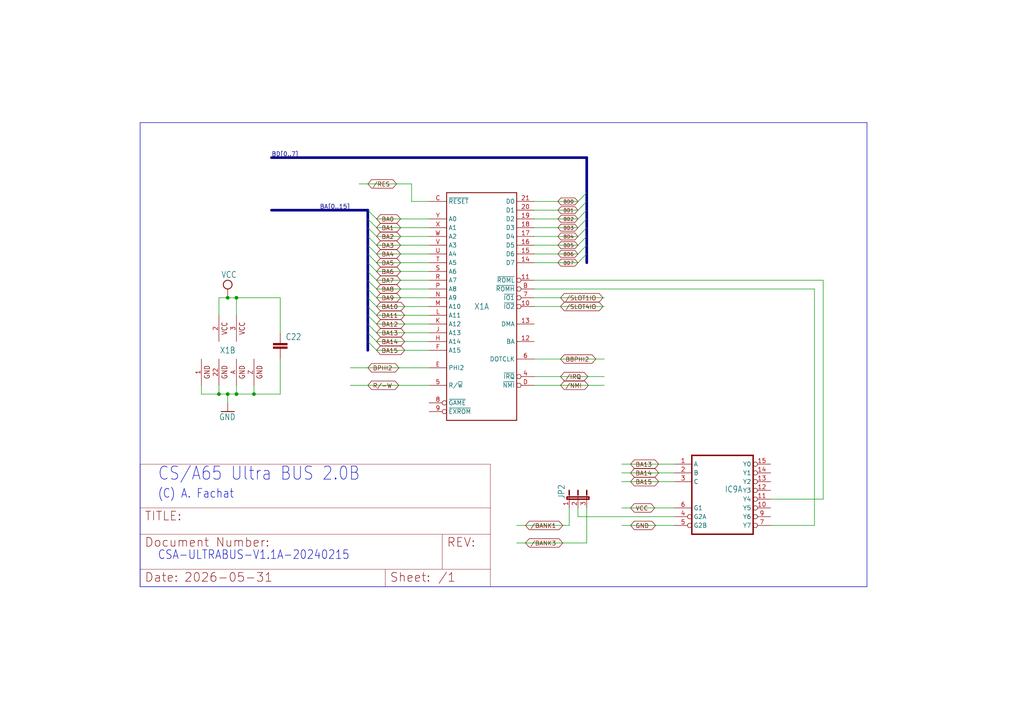
<source format=kicad_sch>
(kicad_sch (version 20231120) (generator "eeschema") (generator_version "8.0")
  (paper "A4")
  (lib_symbols
    (symbol "csa_ultrabus_v2-eagle-import:74138D"
      (property "Reference" "IC" (at -0.635 -0.635 0))
      (symbol "74138D_1_0"
        (polyline (pts (xy -10.16 -12.7) (xy 7.62 -12.7)) (stroke (width 0.4064)))
        (polyline (pts (xy -10.16 10.16) (xy -10.16 -12.7)) (stroke (width 0.4064)))
        (polyline (pts (xy 7.62 -12.7) (xy 7.62 10.16)) (stroke (width 0.4064)))
        (polyline (pts (xy 7.62 10.16) (xy -10.16 10.16)) (stroke (width 0.4064)))
        (pin input line (at -15.24 7.62 0) (length 5.08) (name "A") (number "1"))
        (pin output inverted (at 12.7 -5.08 180) (length 5.08) (name "Y5") (number "10"))
        (pin output inverted (at 12.7 -2.54 180) (length 5.08) (name "Y4") (number "11"))
        (pin output inverted (at 12.7 0 180) (length 5.08) (name "Y3") (number "12"))
        (pin output inverted (at 12.7 2.54 180) (length 5.08) (name "Y2") (number "13"))
        (pin output inverted (at 12.7 5.08 180) (length 5.08) (name "Y1") (number "14"))
        (pin output inverted (at 12.7 7.62 180) (length 5.08) (name "Y0") (number "15"))
        (pin input line (at -15.24 5.08 0) (length 5.08) (name "B") (number "2"))
        (pin input line (at -15.24 2.54 0) (length 5.08) (name "C") (number "3"))
        (pin input inverted (at -15.24 -7.62 0) (length 5.08) (name "G2A") (number "4"))
        (pin input inverted (at -15.24 -10.16 0) (length 5.08) (name "G2B") (number "5"))
        (pin input line (at -15.24 -5.08 0) (length 5.08) (name "G1") (number "6"))
        (pin output inverted (at 12.7 -10.16 180) (length 5.08) (name "Y7") (number "7"))
        (pin output inverted (at 12.7 -7.62 180) (length 5.08) (name "Y6") (number "9"))
      )
      (symbol "74138D_2_0"
        (text "GND" (at 1.905 -5.842 900) (effects (font (size 1.27 1.0795)) (justify left bottom)))
        (text "VCC" (at 1.905 2.54 900) (effects (font (size 1.27 1.0795)) (justify left bottom)))
        (pin power_in line (at 0 7.62 270) (length 5.08) (name "VCC") (number "16"))
        (pin power_in line (at 0 -7.62 90) (length 5.08) (name "GND") (number "8"))
      )
    )
    (symbol "csa_ultrabus_v2-eagle-import:C-EUC0603"
      (property "Reference" "C" (at 1.524 0.381 0))
      (symbol "C-EUC0603_1_0"
        (rectangle (start -2.032 -2.032) (end 2.032 -1.524) (fill (type outline)))
        (rectangle (start -2.032 -1.016) (end 2.032 -0.508) (fill (type outline)))
        (polyline (pts (xy 0 -2.54) (xy 0 -2.032)) (stroke (width 0.1524)))
        (polyline (pts (xy 0 0) (xy 0 -0.508)) (stroke (width 0.1524)))
        (pin passive line (at 0 2.54 270) (length 2.54) (name "1") (number "1"))
        (pin passive line (at 0 -5.08 90) (length 2.54) (name "2") (number "2"))
      )
    )
    (symbol "csa_ultrabus_v2-eagle-import:DOCFIELD"
      (symbol "DOCFIELD_1_0"
        (polyline (pts (xy 0 0) (xy 0 5.08)) (stroke (width 0.1016)))
        (polyline (pts (xy 0 0) (xy 71.12 0)) (stroke (width 0.1016)))
        (polyline (pts (xy 0 5.08) (xy 0 15.24)) (stroke (width 0.1016)))
        (polyline (pts (xy 0 5.08) (xy 71.12 5.08)) (stroke (width 0.1016)))
        (polyline (pts (xy 0 15.24) (xy 0 22.86)) (stroke (width 0.1016)))
        (polyline (pts (xy 0 22.86) (xy 0 35.56)) (stroke (width 0.1016)))
        (polyline (pts (xy 0 22.86) (xy 101.6 22.86)) (stroke (width 0.1016)))
        (polyline (pts (xy 71.12 0) (xy 101.6 0)) (stroke (width 0.1016)))
        (polyline (pts (xy 71.12 5.08) (xy 71.12 0)) (stroke (width 0.1016)))
        (polyline (pts (xy 71.12 5.08) (xy 87.63 5.08)) (stroke (width 0.1016)))
        (polyline (pts (xy 87.63 5.08) (xy 101.6 5.08)) (stroke (width 0.1016)))
        (polyline (pts (xy 87.63 15.24) (xy 0 15.24)) (stroke (width 0.1016)))
        (polyline (pts (xy 87.63 15.24) (xy 87.63 5.08)) (stroke (width 0.1016)))
        (polyline (pts (xy 101.6 5.08) (xy 101.6 0)) (stroke (width 0.1016)))
        (polyline (pts (xy 101.6 15.24) (xy 87.63 15.24)) (stroke (width 0.1016)))
        (polyline (pts (xy 101.6 15.24) (xy 101.6 5.08)) (stroke (width 0.1016)))
        (polyline (pts (xy 101.6 22.86) (xy 101.6 15.24)) (stroke (width 0.1016)))
        (polyline (pts (xy 101.6 35.56) (xy 0 35.56)) (stroke (width 0.1016)))
        (polyline (pts (xy 101.6 35.56) (xy 101.6 22.86)) (stroke (width 0.1016)))
        (text "${#}/${##}" (at 86.36 1.27 0) (effects (font (size 2.54 2.54)) (justify left bottom)))
        (text "${CURRENT_DATE}" (at 12.7 1.27 0) (effects (font (size 2.54 2.54)) (justify left bottom)))
        (text "${PROJECTNAME}" (at 17.78 19.05 0) (effects (font (size 2.54 2.54)) (justify left bottom)))
        (text "Date:" (at 1.27 1.27 0) (effects (font (size 2.54 2.54)) (justify left bottom)))
        (text "Document Number:" (at 1.27 11.43 0) (effects (font (size 2.54 2.54)) (justify left bottom)))
        (text "REV:" (at 88.9 11.43 0) (effects (font (size 2.54 2.54)) (justify left bottom)))
        (text "Sheet:" (at 72.39 1.27 0) (effects (font (size 2.54 2.54)) (justify left bottom)))
        (text "TITLE:" (at 1.27 19.05 0) (effects (font (size 2.54 2.54)) (justify left bottom)))
      )
    )
    (symbol "csa_ultrabus_v2-eagle-import:GND" (power)
      (property "Value" "GND" (at -2.54 -2.54 0))
      (symbol "GND_1_0"
        (polyline (pts (xy -1.905 0) (xy 1.905 0)) (stroke (width 0.254)))
        (pin power_in line (at 0 2.54 270) (length 2.54) (name "GND") (number "1"))
      )
    )
    (symbol "csa_ultrabus_v2-eagle-import:JP2E"
      (property "Reference" "JP" (at -3.81 0 90))
      (symbol "JP2E_1_0"
        (polyline (pts (xy -3.175 0) (xy 3.175 0)) (stroke (width 0.4064)))
        (polyline (pts (xy -3.175 0.635) (xy -3.175 0)) (stroke (width 0.4064)))
        (polyline (pts (xy -2.54 0) (xy -2.54 1.27)) (stroke (width 0.1524)))
        (polyline (pts (xy -2.54 2.54) (xy -2.54 1.27)) (stroke (width 0.4064)))
        (polyline (pts (xy 0 0) (xy 0 1.27)) (stroke (width 0.1524)))
        (polyline (pts (xy 0 2.54) (xy 0 1.27)) (stroke (width 0.4064)))
        (polyline (pts (xy 2.54 0) (xy 2.54 1.27)) (stroke (width 0.1524)))
        (polyline (pts (xy 2.54 2.54) (xy 2.54 1.27)) (stroke (width 0.4064)))
        (polyline (pts (xy 3.175 0) (xy 3.175 0.635)) (stroke (width 0.4064)))
        (polyline (pts (xy 3.175 0.635) (xy -3.175 0.635)) (stroke (width 0.4064)))
        (pin passive line (at -2.54 -2.54 90) (length 2.54) (name "1") (number "1"))
        (pin passive line (at 0 -2.54 90) (length 2.54) (name "2") (number "2"))
        (pin passive line (at 2.54 -2.54 90) (length 2.54) (name "3") (number "3"))
      )
    )
    (symbol "csa_ultrabus_v2-eagle-import:PORT_EXPANSION_64_CONN"
      (property "Reference" "X" (at 0 0 0))
      (symbol "PORT_EXPANSION_64_CONN_1_0"
        (polyline (pts (xy -10.16 -33.02) (xy 10.16 -33.02)) (stroke (width 0.254)))
        (polyline (pts (xy -10.16 33.02) (xy -10.16 -33.02)) (stroke (width 0.254)))
        (polyline (pts (xy 10.16 -33.02) (xy 10.16 33.02)) (stroke (width 0.254)))
        (polyline (pts (xy 10.16 33.02) (xy -10.16 33.02)) (stroke (width 0.254)))
        (pin input inverted (at 15.24 0 180) (length 5.08) (name "~{IO2}") (number "10"))
        (pin input inverted (at 15.24 7.62 180) (length 5.08) (name "~{ROML}") (number "11"))
        (pin input line (at 15.24 -10.16 180) (length 5.08) (name "BA") (number "12"))
        (pin bidirectional line (at 15.24 -5.08 180) (length 5.08) (name "DMA") (number "13"))
        (pin bidirectional line (at 15.24 12.7 180) (length 5.08) (name "D7") (number "14"))
        (pin bidirectional line (at 15.24 15.24 180) (length 5.08) (name "D6") (number "15"))
        (pin bidirectional line (at 15.24 17.78 180) (length 5.08) (name "D5") (number "16"))
        (pin bidirectional line (at 15.24 20.32 180) (length 5.08) (name "D4") (number "17"))
        (pin bidirectional line (at 15.24 22.86 180) (length 5.08) (name "D3") (number "18"))
        (pin bidirectional line (at 15.24 25.4 180) (length 5.08) (name "D2") (number "19"))
        (pin bidirectional line (at 15.24 27.94 180) (length 5.08) (name "D1") (number "20"))
        (pin bidirectional line (at 15.24 30.48 180) (length 5.08) (name "D0") (number "21"))
        (pin bidirectional inverted (at 15.24 -20.32 180) (length 5.08) (name "~{IRQ}") (number "4"))
        (pin bidirectional line (at -15.24 -22.86 0) (length 5.08) (name "R/~{W}") (number "5"))
        (pin input line (at 15.24 -15.24 180) (length 5.08) (name "DOTCLK") (number "6"))
        (pin input inverted (at 15.24 2.54 180) (length 5.08) (name "~{IO1}") (number "7"))
        (pin input inverted (at -15.24 -27.94 0) (length 5.08) (name "~{GAME}") (number "8"))
        (pin input inverted (at -15.24 -30.48 0) (length 5.08) (name "~{EXROM}") (number "9"))
        (pin input inverted (at 15.24 5.08 180) (length 5.08) (name "~{ROMH}") (number "B"))
        (pin input line (at -15.24 30.48 0) (length 5.08) (name "~{RESET}") (number "C"))
        (pin bidirectional inverted (at 15.24 -22.86 180) (length 5.08) (name "~{NMI}") (number "D"))
        (pin input line (at -15.24 -17.78 0) (length 5.08) (name "PHI2") (number "E"))
        (pin bidirectional line (at -15.24 -12.7 0) (length 5.08) (name "A15") (number "F"))
        (pin bidirectional line (at -15.24 -10.16 0) (length 5.08) (name "A14") (number "H"))
        (pin bidirectional line (at -15.24 -7.62 0) (length 5.08) (name "A13") (number "J"))
        (pin bidirectional line (at -15.24 -5.08 0) (length 5.08) (name "A12") (number "K"))
        (pin bidirectional line (at -15.24 -2.54 0) (length 5.08) (name "A11") (number "L"))
        (pin bidirectional line (at -15.24 0 0) (length 5.08) (name "A10") (number "M"))
        (pin bidirectional line (at -15.24 2.54 0) (length 5.08) (name "A9") (number "N"))
        (pin bidirectional line (at -15.24 5.08 0) (length 5.08) (name "A8") (number "P"))
        (pin bidirectional line (at -15.24 7.62 0) (length 5.08) (name "A7") (number "R"))
        (pin bidirectional line (at -15.24 10.16 0) (length 5.08) (name "A6") (number "S"))
        (pin bidirectional line (at -15.24 12.7 0) (length 5.08) (name "A5") (number "T"))
        (pin bidirectional line (at -15.24 15.24 0) (length 5.08) (name "A4") (number "U"))
        (pin bidirectional line (at -15.24 17.78 0) (length 5.08) (name "A3") (number "V"))
        (pin bidirectional line (at -15.24 20.32 0) (length 5.08) (name "A2") (number "W"))
        (pin bidirectional line (at -15.24 22.86 0) (length 5.08) (name "A1") (number "X"))
        (pin bidirectional line (at -15.24 25.4 0) (length 5.08) (name "A0") (number "Y"))
      )
      (symbol "PORT_EXPANSION_64_CONN_2_0"
        (text "GND" (at -5.08 -6.35 900) (effects (font (size 1.524 1.2954)) (justify bottom)))
        (text "GND" (at 0 -6.35 900) (effects (font (size 1.524 1.2954)) (justify bottom)))
        (text "GND" (at 5.08 -6.35 900) (effects (font (size 1.524 1.2954)) (justify bottom)))
        (text "GND" (at 10.16 -6.35 900) (effects (font (size 1.524 1.2954)) (justify bottom)))
        (text "VCC" (at 0 6.35 900) (effects (font (size 1.524 1.2954)) (justify bottom)))
        (text "VCC" (at 5.08 6.35 900) (effects (font (size 1.524 1.2954)) (justify bottom)))
        (pin power_in line (at -7.62 -10.16 90) (length 7.62) (name "GND") (number "1"))
        (pin power_in line (at -2.54 10.16 270) (length 7.62) (name "VCC") (number "2"))
        (pin power_in line (at -2.54 -10.16 90) (length 7.62) (name "GND@1") (number "22"))
        (pin power_in line (at 2.54 10.16 270) (length 7.62) (name "VCC@1") (number "3"))
        (pin power_in line (at 2.54 -10.16 90) (length 7.62) (name "GND@2") (number "A"))
        (pin power_in line (at 7.62 -10.16 90) (length 7.62) (name "GND@3") (number "Z"))
      )
    )
    (symbol "csa_ultrabus_v2-eagle-import:VCC" (power)
      (property "Value" "VCC" (at -1.905 3.175 0))
      (symbol "VCC_1_0"
        (circle (center 0 1.27) (radius 1.27) (stroke (width 0.254)))
        (pin power_in line (at 0 -2.54 90) (length 2.54) (name "VCC") (number "1"))
      )
    )
  )
  (junction (at 73.66 114.3))
  (junction (at 63.5 114.3))
  (junction (at 68.58 86.36))
  (junction (at 66.04 114.3))
  (junction (at 66.04 86.36))
  (junction (at 68.58 114.3))
  (bus_entry (at 167.64 73.66) (size 2.54 -2.54))
  (bus_entry (at 109.22 101.6) (size -2.54 -2.54))
  (bus_entry (at 109.22 99.06) (size -2.54 -2.54))
  (bus_entry (at 109.22 68.58) (size -2.54 -2.54))
  (bus_entry (at 109.22 78.74) (size -2.54 -2.54))
  (bus_entry (at 167.64 60.96) (size 2.54 -2.54))
  (bus_entry (at 109.22 76.2) (size -2.54 -2.54))
  (bus_entry (at 109.22 71.12) (size -2.54 -2.54))
  (bus_entry (at 109.22 73.66) (size -2.54 -2.54))
  (bus_entry (at 109.22 63.5) (size -2.54 -2.54))
  (bus_entry (at 109.22 91.44) (size -2.54 -2.54))
  (bus_entry (at 109.22 66.04) (size -2.54 -2.54))
  (bus_entry (at 167.64 76.2) (size 2.54 -2.54))
  (bus_entry (at 167.64 68.58) (size 2.54 -2.54))
  (bus_entry (at 109.22 93.98) (size -2.54 -2.54))
  (bus_entry (at 109.22 96.52) (size -2.54 -2.54))
  (bus_entry (at 109.22 86.36) (size -2.54 -2.54))
  (bus_entry (at 167.64 58.42) (size 2.54 -2.54))
  (bus_entry (at 109.22 83.82) (size -2.54 -2.54))
  (bus_entry (at 167.64 71.12) (size 2.54 -2.54))
  (bus_entry (at 109.22 88.9) (size -2.54 -2.54))
  (bus_entry (at 167.64 66.04) (size 2.54 -2.54))
  (bus_entry (at 109.22 81.28) (size -2.54 -2.54))
  (bus_entry (at 167.64 63.5) (size 2.54 -2.54))
  (bus (pts (xy 106.68 88.9) (xy 106.68 91.44)) (stroke (width 0.762)))
  (wire (pts (xy 73.66 114.3) (xy 81.28 114.3)) (stroke (width 0.1524)))
  (wire (pts (xy 81.28 114.3) (xy 81.28 104.14)) (stroke (width 0.1524)))
  (polyline (pts (xy 251.46 170.18) (xy 40.64 170.18)) (stroke (width 0.1524) (type solid)))
  (wire (pts (xy 124.46 66.04) (xy 109.22 66.04)) (stroke (width 0.1524)))
  (wire (pts (xy 154.94 68.58) (xy 167.64 68.58)) (stroke (width 0.1524)))
  (wire (pts (xy 154.94 60.96) (xy 167.64 60.96)) (stroke (width 0.1524)))
  (wire (pts (xy 73.66 114.3) (xy 73.66 111.76)) (stroke (width 0.1524)))
  (wire (pts (xy 154.94 109.22) (xy 175.26 109.22)) (stroke (width 0.1524)))
  (bus (pts (xy 106.68 91.44) (xy 106.68 93.98)) (stroke (width 0.762)))
  (wire (pts (xy 63.5 86.36) (xy 63.5 91.44)) (stroke (width 0.1524)))
  (wire (pts (xy 195.58 147.32) (xy 180.34 147.32)) (stroke (width 0.1524)))
  (polyline (pts (xy 251.46 35.56) (xy 251.46 170.18)) (stroke (width 0.1524) (type solid)))
  (bus (pts (xy 170.18 63.5) (xy 170.18 66.04)) (stroke (width 0.762)))
  (wire (pts (xy 68.58 114.3) (xy 73.66 114.3)) (stroke (width 0.1524)))
  (wire (pts (xy 124.46 63.5) (xy 109.22 63.5)) (stroke (width 0.1524)))
  (wire (pts (xy 124.46 91.44) (xy 109.22 91.44)) (stroke (width 0.1524)))
  (bus (pts (xy 106.68 66.04) (xy 106.68 68.58)) (stroke (width 0.762)))
  (wire (pts (xy 58.42 114.3) (xy 63.5 114.3)) (stroke (width 0.1524)))
  (wire (pts (xy 154.94 111.76) (xy 175.26 111.76)) (stroke (width 0.1524)))
  (wire (pts (xy 154.94 88.9) (xy 175.26 88.9)) (stroke (width 0.1524)))
  (wire (pts (xy 154.94 66.04) (xy 167.64 66.04)) (stroke (width 0.1524)))
  (wire (pts (xy 124.46 88.9) (xy 109.22 88.9)) (stroke (width 0.1524)))
  (wire (pts (xy 68.58 86.36) (xy 81.28 86.36)) (stroke (width 0.1524)))
  (wire (pts (xy 66.04 114.3) (xy 68.58 114.3)) (stroke (width 0.1524)))
  (wire (pts (xy 154.94 76.2) (xy 167.64 76.2)) (stroke (width 0.1524)))
  (wire (pts (xy 58.42 111.76) (xy 58.42 114.3)) (stroke (width 0.1524)))
  (wire (pts (xy 154.94 86.36) (xy 175.26 86.36)) (stroke (width 0.1524)))
  (wire (pts (xy 124.46 76.2) (xy 109.22 76.2)) (stroke (width 0.1524)))
  (wire (pts (xy 66.04 114.3) (xy 66.04 116.84)) (stroke (width 0.1524)))
  (polyline (pts (xy 40.64 35.56) (xy 251.46 35.56)) (stroke (width 0.1524) (type solid)))
  (bus (pts (xy 106.68 71.12) (xy 106.68 73.66)) (stroke (width 0.762)))
  (bus (pts (xy 170.18 68.58) (xy 170.18 71.12)) (stroke (width 0.762)))
  (wire (pts (xy 167.64 149.86) (xy 167.64 147.32)) (stroke (width 0.1524)))
  (wire (pts (xy 154.94 63.5) (xy 167.64 63.5)) (stroke (width 0.1524)))
  (bus (pts (xy 170.18 73.66) (xy 170.18 76.2)) (stroke (width 0.762)))
  (wire (pts (xy 81.28 86.36) (xy 81.28 96.52)) (stroke (width 0.1524)))
  (wire (pts (xy 154.94 104.14) (xy 175.26 104.14)) (stroke (width 0.1524)))
  (polyline (pts (xy 40.64 170.18) (xy 40.64 35.56)) (stroke (width 0.1524) (type solid)))
  (wire (pts (xy 124.46 93.98) (xy 109.22 93.98)) (stroke (width 0.1524)))
  (wire (pts (xy 124.46 99.06) (xy 109.22 99.06)) (stroke (width 0.1524)))
  (wire (pts (xy 68.58 86.36) (xy 68.58 91.44)) (stroke (width 0.1524)))
  (bus (pts (xy 170.18 45.72) (xy 170.18 55.88)) (stroke (width 0.762)))
  (wire (pts (xy 154.94 71.12) (xy 167.64 71.12)) (stroke (width 0.1524)))
  (wire (pts (xy 124.46 101.6) (xy 109.22 101.6)) (stroke (width 0.1524)))
  (wire (pts (xy 236.22 83.82) (xy 236.22 152.4)) (stroke (width 0.1524)))
  (wire (pts (xy 154.94 81.28) (xy 238.76 81.28)) (stroke (width 0.1524)))
  (wire (pts (xy 119.38 53.34) (xy 104.14 53.34)) (stroke (width 0.1524)))
  (wire (pts (xy 195.58 137.16) (xy 180.34 137.16)) (stroke (width 0.1524)))
  (wire (pts (xy 170.18 147.32) (xy 170.18 157.48)) (stroke (width 0.1524)))
  (bus (pts (xy 78.74 60.96) (xy 106.68 60.96)) (stroke (width 0.762)))
  (wire (pts (xy 195.58 152.4) (xy 180.34 152.4)) (stroke (width 0.1524)))
  (wire (pts (xy 124.46 111.76) (xy 101.6 111.76)) (stroke (width 0.1524)))
  (wire (pts (xy 195.58 139.7) (xy 180.34 139.7)) (stroke (width 0.1524)))
  (wire (pts (xy 66.04 86.36) (xy 63.5 86.36)) (stroke (width 0.1524)))
  (bus (pts (xy 106.68 99.06) (xy 106.68 101.6)) (stroke (width 0.762)))
  (wire (pts (xy 124.46 58.42) (xy 119.38 58.42)) (stroke (width 0.1524)))
  (bus (pts (xy 106.68 96.52) (xy 106.68 99.06)) (stroke (width 0.762)))
  (wire (pts (xy 66.04 86.36) (xy 68.58 86.36)) (stroke (width 0.1524)))
  (wire (pts (xy 68.58 111.76) (xy 68.58 114.3)) (stroke (width 0.1524)))
  (bus (pts (xy 170.18 71.12) (xy 170.18 73.66)) (stroke (width 0.762)))
  (wire (pts (xy 154.94 73.66) (xy 167.64 73.66)) (stroke (width 0.1524)))
  (bus (pts (xy 106.68 78.74) (xy 106.68 81.28)) (stroke (width 0.762)))
  (bus (pts (xy 170.18 66.04) (xy 170.18 68.58)) (stroke (width 0.762)))
  (wire (pts (xy 170.18 157.48) (xy 149.86 157.48)) (stroke (width 0.1524)))
  (wire (pts (xy 124.46 78.74) (xy 109.22 78.74)) (stroke (width 0.1524)))
  (bus (pts (xy 106.68 83.82) (xy 106.68 86.36)) (stroke (width 0.762)))
  (wire (pts (xy 124.46 106.68) (xy 101.6 106.68)) (stroke (width 0.1524)))
  (wire (pts (xy 195.58 134.62) (xy 180.34 134.62)) (stroke (width 0.1524)))
  (bus (pts (xy 106.68 93.98) (xy 106.68 96.52)) (stroke (width 0.762)))
  (bus (pts (xy 170.18 60.96) (xy 170.18 63.5)) (stroke (width 0.762)))
  (wire (pts (xy 124.46 68.58) (xy 109.22 68.58)) (stroke (width 0.1524)))
  (bus (pts (xy 170.18 58.42) (xy 170.18 60.96)) (stroke (width 0.762)))
  (wire (pts (xy 124.46 96.52) (xy 109.22 96.52)) (stroke (width 0.1524)))
  (bus (pts (xy 106.68 81.28) (xy 106.68 83.82)) (stroke (width 0.762)))
  (wire (pts (xy 195.58 149.86) (xy 167.64 149.86)) (stroke (width 0.1524)))
  (wire (pts (xy 124.46 71.12) (xy 109.22 71.12)) (stroke (width 0.1524)))
  (bus (pts (xy 106.68 86.36) (xy 106.68 88.9)) (stroke (width 0.762)))
  (wire (pts (xy 223.52 152.4) (xy 236.22 152.4)) (stroke (width 0.1524)))
  (wire (pts (xy 238.76 144.78) (xy 223.52 144.78)) (stroke (width 0.1524)))
  (wire (pts (xy 63.5 114.3) (xy 66.04 114.3)) (stroke (width 0.1524)))
  (wire (pts (xy 165.1 152.4) (xy 149.86 152.4)) (stroke (width 0.1524)))
  (wire (pts (xy 124.46 73.66) (xy 109.22 73.66)) (stroke (width 0.1524)))
  (wire (pts (xy 124.46 83.82) (xy 109.22 83.82)) (stroke (width 0.1524)))
  (bus (pts (xy 78.74 45.72) (xy 170.18 45.72)) (stroke (width 0.762)))
  (bus (pts (xy 106.68 60.96) (xy 106.68 63.5)) (stroke (width 0.762)))
  (wire (pts (xy 154.94 58.42) (xy 167.64 58.42)) (stroke (width 0.1524)))
  (wire (pts (xy 124.46 81.28) (xy 109.22 81.28)) (stroke (width 0.1524)))
  (bus (pts (xy 106.68 76.2) (xy 106.68 78.74)) (stroke (width 0.762)))
  (wire (pts (xy 165.1 147.32) (xy 165.1 152.4)) (stroke (width 0.1524)))
  (bus (pts (xy 170.18 55.88) (xy 170.18 58.42)) (stroke (width 0.762)))
  (bus (pts (xy 106.68 63.5) (xy 106.68 66.04)) (stroke (width 0.762)))
  (bus (pts (xy 106.68 68.58) (xy 106.68 71.12)) (stroke (width 0.762)))
  (wire (pts (xy 119.38 58.42) (xy 119.38 53.34)) (stroke (width 0.1524)))
  (wire (pts (xy 124.46 86.36) (xy 109.22 86.36)) (stroke (width 0.1524)))
  (bus (pts (xy 106.68 73.66) (xy 106.68 76.2)) (stroke (width 0.762)))
  (wire (pts (xy 154.94 83.82) (xy 236.22 83.82)) (stroke (width 0.1524)))
  (wire (pts (xy 238.76 81.28) (xy 238.76 144.78)) (stroke (width 0.1524)))
  (wire (pts (xy 63.5 111.76) (xy 63.5 114.3)) (stroke (width 0.1524)))
  (text "(C) A. Fachat" (at 45.72 144.78 0) (effects (font (size 2.54 2.159)) (justify left bottom)))
  (text "CS/A65 Ultra BUS 2.0B" (at 45.72 139.7 0) (effects (font (size 3.81 3.2385)) (justify left bottom)))
  (text "CSA-ULTRABUS-V1.1A-20240215" (at 45.72 162.56 0) (effects (font (size 2.54 2.159)) (justify left bottom)))
  (label "BD[0..7]" (at 78.74 45.72 0) (effects (font (size 1.2446 1.2446))))
  (label "BA[0..15]" (at 92.71 60.96 0) (effects (font (size 1.2446 1.2446))))
  (global_label "BA2" (shape bidirectional) (at 109.22 68.58 0) (effects (font (size 1.2446 1.2446))) (property "Intersheetrefs" "${INTERSHEET_REFS}" (effects (hide yes))))
  (global_label "BA13" (shape bidirectional) (at 182.88 134.62 0) (effects (font (size 1.2446 1.2446))) (property "Intersheetrefs" "${INTERSHEET_REFS}" (effects (hide yes))))
  (global_label "BA6" (shape bidirectional) (at 109.22 78.74 0) (effects (font (size 1.2446 1.2446))) (property "Intersheetrefs" "${INTERSHEET_REFS}" (effects (hide yes))))
  (global_label "BA14" (shape bidirectional) (at 109.22 99.06 0) (effects (font (size 1.2446 1.2446))) (property "Intersheetrefs" "${INTERSHEET_REFS}" (effects (hide yes))))
  (global_label "/RES" (shape bidirectional) (at 106.68 53.34 0) (effects (font (size 1.2446 1.2446))) (property "Intersheetrefs" "${INTERSHEET_REFS}" (effects (hide yes))))
  (global_label "BA10" (shape bidirectional) (at 109.22 88.9 0) (effects (font (size 1.2446 1.2446))) (property "Intersheetrefs" "${INTERSHEET_REFS}" (effects (hide yes))))
  (global_label "BD1" (shape bidirectional) (at 167.64 60.96 180) (effects (font (size 1.016 1.016))) (property "Intersheetrefs" "${INTERSHEET_REFS}" (effects (hide yes))))
  (global_label "/NMI" (shape bidirectional) (at 162.56 111.76 0) (effects (font (size 1.2446 1.2446))) (property "Intersheetrefs" "${INTERSHEET_REFS}" (effects (hide yes))))
  (global_label "/SLOT1IO" (shape bidirectional) (at 162.56 86.36 0) (effects (font (size 1.2446 1.2446))) (property "Intersheetrefs" "${INTERSHEET_REFS}" (effects (hide yes))))
  (global_label "BA4" (shape bidirectional) (at 109.22 73.66 0) (effects (font (size 1.2446 1.2446))) (property "Intersheetrefs" "${INTERSHEET_REFS}" (effects (hide yes))))
  (global_label "BD0" (shape bidirectional) (at 167.64 58.42 180) (effects (font (size 1.016 1.016))) (property "Intersheetrefs" "${INTERSHEET_REFS}" (effects (hide yes))))
  (global_label "/IRQ" (shape bidirectional) (at 162.56 109.22 0) (effects (font (size 1.2446 1.2446))) (property "Intersheetrefs" "${INTERSHEET_REFS}" (effects (hide yes))))
  (global_label "BD2" (shape bidirectional) (at 167.64 63.5 180) (effects (font (size 1.016 1.016))) (property "Intersheetrefs" "${INTERSHEET_REFS}" (effects (hide yes))))
  (global_label "GND" (shape bidirectional) (at 182.88 152.4 0) (effects (font (size 1.2446 1.2446))) (property "Intersheetrefs" "${INTERSHEET_REFS}" (effects (hide yes))))
  (global_label "/BANK1" (shape bidirectional) (at 152.4 152.4 0) (effects (font (size 1.2446 1.2446))) (property "Intersheetrefs" "${INTERSHEET_REFS}" (effects (hide yes))))
  (global_label "BD3" (shape bidirectional) (at 167.64 66.04 180) (effects (font (size 1.016 1.016))) (property "Intersheetrefs" "${INTERSHEET_REFS}" (effects (hide yes))))
  (global_label "BA8" (shape bidirectional) (at 109.22 83.82 0) (effects (font (size 1.2446 1.2446))) (property "Intersheetrefs" "${INTERSHEET_REFS}" (effects (hide yes))))
  (global_label "BA3" (shape bidirectional) (at 109.22 71.12 0) (effects (font (size 1.2446 1.2446))) (property "Intersheetrefs" "${INTERSHEET_REFS}" (effects (hide yes))))
  (global_label "BD7" (shape bidirectional) (at 167.64 76.2 180) (effects (font (size 1.016 1.016))) (property "Intersheetrefs" "${INTERSHEET_REFS}" (effects (hide yes))))
  (global_label "R/-W" (shape bidirectional) (at 106.68 111.76 0) (effects (font (size 1.2446 1.2446))) (property "Intersheetrefs" "${INTERSHEET_REFS}" (effects (hide yes))))
  (global_label "BA1" (shape bidirectional) (at 109.22 66.04 0) (effects (font (size 1.2446 1.2446))) (property "Intersheetrefs" "${INTERSHEET_REFS}" (effects (hide yes))))
  (global_label "BPHI2" (shape bidirectional) (at 106.68 106.68 0) (effects (font (size 1.2446 1.2446))) (property "Intersheetrefs" "${INTERSHEET_REFS}" (effects (hide yes))))
  (global_label "BA9" (shape bidirectional) (at 109.22 86.36 0) (effects (font (size 1.2446 1.2446))) (property "Intersheetrefs" "${INTERSHEET_REFS}" (effects (hide yes))))
  (global_label "VCC" (shape bidirectional) (at 182.88 147.32 0) (effects (font (size 1.2446 1.2446))) (property "Intersheetrefs" "${INTERSHEET_REFS}" (effects (hide yes))))
  (global_label "B8PHI2" (shape bidirectional) (at 162.56 104.14 0) (effects (font (size 1.2446 1.2446))) (property "Intersheetrefs" "${INTERSHEET_REFS}" (effects (hide yes))))
  (global_label "BA0" (shape bidirectional) (at 109.22 63.5 0) (effects (font (size 1.2446 1.2446))) (property "Intersheetrefs" "${INTERSHEET_REFS}" (effects (hide yes))))
  (global_label "BA14" (shape bidirectional) (at 182.88 137.16 0) (effects (font (size 1.2446 1.2446))) (property "Intersheetrefs" "${INTERSHEET_REFS}" (effects (hide yes))))
  (global_label "BA7" (shape bidirectional) (at 109.22 81.28 0) (effects (font (size 1.2446 1.2446))) (property "Intersheetrefs" "${INTERSHEET_REFS}" (effects (hide yes))))
  (global_label "BD5" (shape bidirectional) (at 167.64 71.12 180) (effects (font (size 1.016 1.016))) (property "Intersheetrefs" "${INTERSHEET_REFS}" (effects (hide yes))))
  (global_label "BA5" (shape bidirectional) (at 109.22 76.2 0) (effects (font (size 1.2446 1.2446))) (property "Intersheetrefs" "${INTERSHEET_REFS}" (effects (hide yes))))
  (global_label "BA13" (shape bidirectional) (at 109.22 96.52 0) (effects (font (size 1.2446 1.2446))) (property "Intersheetrefs" "${INTERSHEET_REFS}" (effects (hide yes))))
  (global_label "BA12" (shape bidirectional) (at 109.22 93.98 0) (effects (font (size 1.2446 1.2446))) (property "Intersheetrefs" "${INTERSHEET_REFS}" (effects (hide yes))))
  (global_label "BD4" (shape bidirectional) (at 167.64 68.58 180) (effects (font (size 1.016 1.016))) (property "Intersheetrefs" "${INTERSHEET_REFS}" (effects (hide yes))))
  (global_label "/SLOT4IO" (shape bidirectional) (at 162.56 88.9 0) (effects (font (size 1.2446 1.2446))) (property "Intersheetrefs" "${INTERSHEET_REFS}" (effects (hide yes))))
  (global_label "BA15" (shape bidirectional) (at 182.88 139.7 0) (effects (font (size 1.2446 1.2446))) (property "Intersheetrefs" "${INTERSHEET_REFS}" (effects (hide yes))))
  (global_label "BD6" (shape bidirectional) (at 167.64 73.66 180) (effects (font (size 1.016 1.016))) (property "Intersheetrefs" "${INTERSHEET_REFS}" (effects (hide yes))))
  (global_label "/BANK3" (shape bidirectional) (at 152.4 157.48 0) (effects (font (size 1.2446 1.2446))) (property "Intersheetrefs" "${INTERSHEET_REFS}" (effects (hide yes))))
  (global_label "BA15" (shape bidirectional) (at 109.22 101.6 0) (effects (font (size 1.2446 1.2446))) (property "Intersheetrefs" "${INTERSHEET_REFS}" (effects (hide yes))))
  (global_label "BA11" (shape bidirectional) (at 109.22 91.44 0) (effects (font (size 1.2446 1.2446))) (property "Intersheetrefs" "${INTERSHEET_REFS}" (effects (hide yes))))
  (symbol (lib_id "csa_ultrabus_v2-eagle-import:DOCFIELD") (at 40.64 170.18 0) (unit 1)
    (property "Reference" "#FRAME4" (effects (hide yes)))
    (property "Value" "DOCFIELD" (effects (hide yes)))
  )
  (symbol (lib_id "csa_ultrabus_v2-eagle-import:PORT_EXPANSION_64_CONN") (at 139.7 88.9 0) (unit 1)
    (property "Reference" "X1" (at 139.7 88.9 0) (effects (font (size 1.778 1.5113))))
    (property "Value" "PORT_EXPANSION_64_CONN" (effects (hide yes)))
    (property "Footprint" "csa_ultrabus_v2:FE100-22-2" (effects (hide yes)))
  )
  (symbol (lib_id "csa_ultrabus_v2-eagle-import:PORT_EXPANSION_64_CONN") (at 66.04 101.6 0) (unit 2)
    (property "Reference" "X1" (at 66.04 101.6 0) (effects (font (size 1.778 1.5113))))
    (property "Value" "PORT_EXPANSION_64_CONN" (effects (hide yes)))
    (property "Footprint" "csa_ultrabus_v2:FE100-22-2" (effects (hide yes)))
  )
  (symbol (lib_id "csa_ultrabus_v2-eagle-import:JP2E") (at 167.64 144.78 0) (unit 1)
    (property "Reference" "JP2" (at 163.83 144.78 90) (effects (font (size 1.778 1.5113)) (justify left bottom)))
    (property "Value" "JP2E" (effects (hide yes)))
    (property "Footprint" "csa_ultrabus_v2:JP2" (effects (hide yes)))
  )
  (symbol (lib_id "csa_ultrabus_v2-eagle-import:VCC") (at 66.04 83.82 0) (unit 1)
    (property "Reference" "#SUPPLY05" (effects (hide yes)))
    (property "Value" "VCC" (at 64.135 80.645 0) (effects (font (size 1.778 1.5113)) (justify left bottom)))
  )
  (symbol (lib_id "csa_ultrabus_v2-eagle-import:GND") (at 66.04 119.38 0) (unit 1)
    (property "Reference" "#GND013" (effects (hide yes)))
    (property "Value" "GND" (at 63.5 121.92 0) (effects (font (size 1.778 1.5113)) (justify left bottom)))
  )
  (symbol (lib_id "csa_ultrabus_v2-eagle-import:74138D") (at 210.82 142.24 0) (unit 1)
    (property "Reference" "IC9" (at 210.185 142.875 0) (effects (font (size 1.778 1.5113)) (justify left bottom)))
    (property "Value" "74138D" (effects (hide yes)))
    (property "Footprint" "csa_ultrabus_v2:SO16" (effects (hide yes)))
  )
  (symbol (lib_id "csa_ultrabus_v2-eagle-import:C-EUC0603") (at 81.28 99.06 0) (unit 1)
    (property "Reference" "C22" (at 82.804 98.679 0) (effects (font (size 1.778 1.5113)) (justify left bottom)))
    (property "Value" "C-EUC0603" (effects (hide yes)))
    (property "Footprint" "csa_ultrabus_v2:C0603" (effects (hide yes)))
  )
)
</source>
